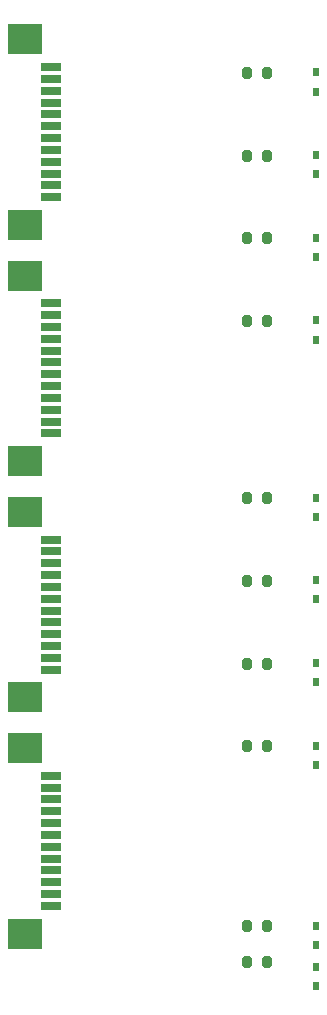
<source format=gbr>
%TF.GenerationSoftware,KiCad,Pcbnew,9.0.0*%
%TF.CreationDate,2025-03-09T10:12:05+03:00*%
%TF.ProjectId,PM_LED-10,504d5f4c-4544-42d3-9130-2e6b69636164,rev?*%
%TF.SameCoordinates,PX3ec0740PY6021600*%
%TF.FileFunction,Soldermask,Top*%
%TF.FilePolarity,Negative*%
%FSLAX46Y46*%
G04 Gerber Fmt 4.6, Leading zero omitted, Abs format (unit mm)*
G04 Created by KiCad (PCBNEW 9.0.0) date 2025-03-09 10:12:05*
%MOMM*%
%LPD*%
G01*
G04 APERTURE LIST*
G04 Aperture macros list*
%AMRoundRect*
0 Rectangle with rounded corners*
0 $1 Rounding radius*
0 $2 $3 $4 $5 $6 $7 $8 $9 X,Y pos of 4 corners*
0 Add a 4 corners polygon primitive as box body*
4,1,4,$2,$3,$4,$5,$6,$7,$8,$9,$2,$3,0*
0 Add four circle primitives for the rounded corners*
1,1,$1+$1,$2,$3*
1,1,$1+$1,$4,$5*
1,1,$1+$1,$6,$7*
1,1,$1+$1,$8,$9*
0 Add four rect primitives between the rounded corners*
20,1,$1+$1,$2,$3,$4,$5,0*
20,1,$1+$1,$4,$5,$6,$7,0*
20,1,$1+$1,$6,$7,$8,$9,0*
20,1,$1+$1,$8,$9,$2,$3,0*%
G04 Aperture macros list end*
%ADD10RoundRect,0.200000X-0.200000X-0.275000X0.200000X-0.275000X0.200000X0.275000X-0.200000X0.275000X0*%
%ADD11R,0.480000X0.770000*%
%ADD12R,1.803400X0.635000*%
%ADD13R,2.997200X2.590800*%
G04 APERTURE END LIST*
D10*
%TO.C,R5*%
X8175000Y-1000000D03*
X9825000Y-1000000D03*
%TD*%
%TO.C,R10*%
X8175000Y-40250000D03*
X9825000Y-40250000D03*
%TD*%
D11*
%TO.C,D2*%
X14000000Y26435000D03*
X14000000Y28065000D03*
%TD*%
%TO.C,D3*%
X14000000Y19435000D03*
X14000000Y21065000D03*
%TD*%
D10*
%TO.C,R9*%
X8175000Y-37250000D03*
X9825000Y-37250000D03*
%TD*%
%TO.C,R3*%
X8175000Y21000000D03*
X9825000Y21000000D03*
%TD*%
%TO.C,R4*%
X8175000Y14000000D03*
X9825000Y14000000D03*
%TD*%
D12*
%TO.C,J1*%
X-8444000Y35499992D03*
X-8444000Y34499994D03*
X-8444000Y33499996D03*
X-8444000Y32499998D03*
X-8444000Y31500000D03*
X-8444000Y30500000D03*
X-8444000Y29500000D03*
X-8444000Y28500000D03*
X-8444000Y27500002D03*
X-8444000Y26500004D03*
X-8444000Y25500006D03*
X-8444000Y24500008D03*
D13*
X-10614001Y37850003D03*
X-10614001Y22149997D03*
%TD*%
D11*
%TO.C,D8*%
X14000000Y-23565000D03*
X14000000Y-21935000D03*
%TD*%
D10*
%TO.C,R7*%
X8175000Y-15000000D03*
X9825000Y-15000000D03*
%TD*%
D11*
%TO.C,D7*%
X14000000Y-16565000D03*
X14000000Y-14935000D03*
%TD*%
%TO.C,D9*%
X14000000Y-38815000D03*
X14000000Y-37185000D03*
%TD*%
%TO.C,D1*%
X14000000Y33435000D03*
X14000000Y35065000D03*
%TD*%
%TO.C,D4*%
X14000000Y12435000D03*
X14000000Y14065000D03*
%TD*%
D10*
%TO.C,R8*%
X8175000Y-22000000D03*
X9825000Y-22000000D03*
%TD*%
D11*
%TO.C,D10*%
X14000000Y-42315000D03*
X14000000Y-40685000D03*
%TD*%
D10*
%TO.C,R6*%
X8175000Y-8000000D03*
X9825000Y-8000000D03*
%TD*%
D12*
%TO.C,J3*%
X-8444000Y-4500008D03*
X-8444000Y-5500006D03*
X-8444000Y-6500004D03*
X-8444000Y-7500002D03*
X-8444000Y-8500000D03*
X-8444000Y-9500000D03*
X-8444000Y-10500000D03*
X-8444000Y-11500000D03*
X-8444000Y-12499998D03*
X-8444000Y-13499996D03*
X-8444000Y-14499994D03*
X-8444000Y-15499992D03*
D13*
X-10614001Y-2149997D03*
X-10614001Y-17850003D03*
%TD*%
D10*
%TO.C,R1*%
X8175000Y35000000D03*
X9825000Y35000000D03*
%TD*%
%TO.C,R2*%
X8175000Y28000000D03*
X9825000Y28000000D03*
%TD*%
D12*
%TO.C,J2*%
X-8444000Y15499992D03*
X-8444000Y14499994D03*
X-8444000Y13499996D03*
X-8444000Y12499998D03*
X-8444000Y11500000D03*
X-8444000Y10500000D03*
X-8444000Y9500000D03*
X-8444000Y8500000D03*
X-8444000Y7500002D03*
X-8444000Y6500004D03*
X-8444000Y5500006D03*
X-8444000Y4500008D03*
D13*
X-10614001Y17850003D03*
X-10614001Y2149997D03*
%TD*%
D11*
%TO.C,D6*%
X14000000Y-9565000D03*
X14000000Y-7935000D03*
%TD*%
D12*
%TO.C,J4*%
X-8444000Y-24500008D03*
X-8444000Y-25500006D03*
X-8444000Y-26500004D03*
X-8444000Y-27500002D03*
X-8444000Y-28500000D03*
X-8444000Y-29500000D03*
X-8444000Y-30500000D03*
X-8444000Y-31500000D03*
X-8444000Y-32499998D03*
X-8444000Y-33499996D03*
X-8444000Y-34499994D03*
X-8444000Y-35499992D03*
D13*
X-10614001Y-22149997D03*
X-10614001Y-37850003D03*
%TD*%
D11*
%TO.C,D5*%
X14000000Y-2565000D03*
X14000000Y-935000D03*
%TD*%
M02*

</source>
